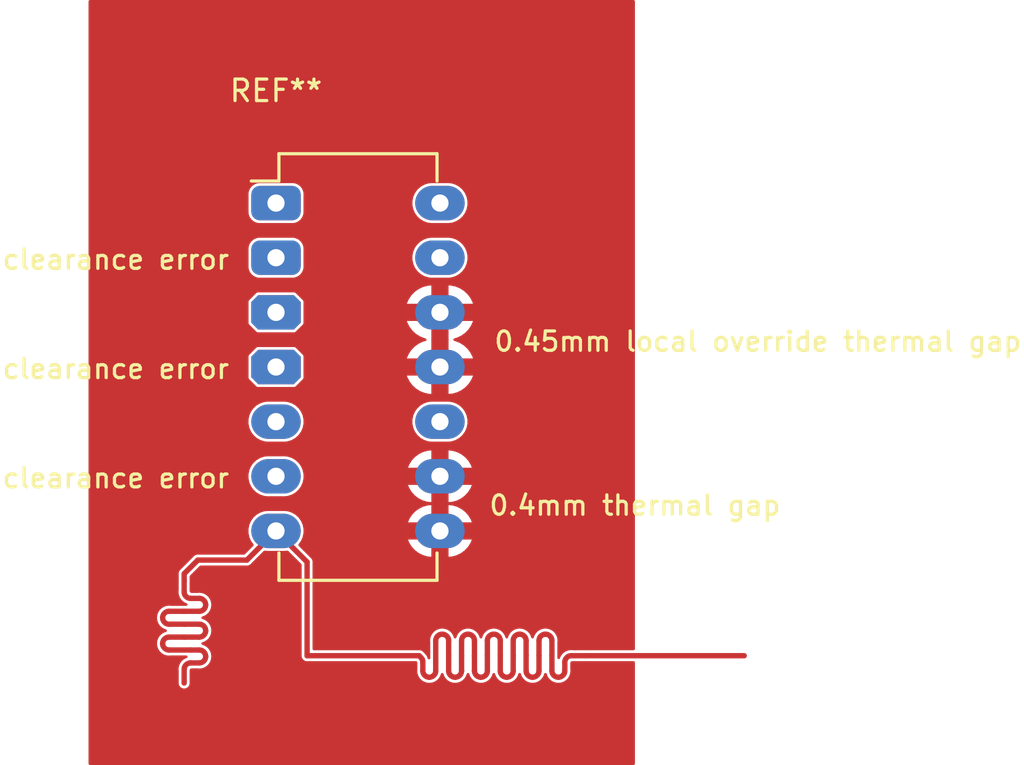
<source format=kicad_pcb>
(kicad_pcb (version 20210722) (generator pcbnew)
  (title_block (date "jeu. 02 avril 2015"))
  (layers (0 "F.Cu" signal) (31 "B.Cu" signal) (34 "B.Paste" user) (35 "F.Paste" user) (36 "B.SilkS" user "B.Silkscreen") (37 "F.SilkS" user "F.Silkscreen") (38 "B.Mask" user) (39 "F.Mask" user) (44 "Edge.Cuts" user))
  (net 0 "")
  (net 1 "GND")
  (net 2 "signal")
  (footprint "Housings_DIP:DIP-14_W7.62mm_LongPads" (layer "F.Cu") (at 145.875 45)
    (fp_text reference "REF**" (at 0 -5.22) (layer "F.SilkS"))
    (fp_text value "DIP-14_W7.62mm_LongPads")
    (fp_line (start 0.135 17.535) (end 0.135 16.265) (layer "F.SilkS") (width 0.15))
    (fp_line (start 0.135 17.535) (end 7.485 17.535) (layer "F.SilkS") (width 0.15))
    (fp_line (start 7.485 17.535) (end 7.485 16.265) (layer "F.SilkS") (width 0.15))
    (fp_line (start 0.135 -2.295) (end 7.485 -2.295) (layer "F.SilkS") (width 0.15))
    (fp_line (start 0.135 -2.295) (end 0.135 -1.025) (layer "F.SilkS") (width 0.15))
    (fp_line (start 0.135 -1.025) (end -1.15 -1.025) (layer "F.SilkS") (width 0.15))
    (fp_line (start 7.485 -2.295) (end 7.485 -1.025) (layer "F.SilkS") (width 0.15))
    (pad "1" thru_hole roundrect locked (at 0 0) (size 2.3 1.6) (drill 0.8) (layers *.Cu *.Mask))
    (pad "2" thru_hole roundrect locked (at 0 2.54) (size 2.3 1.6) (drill 0.8) (layers *.Cu *.Mask))
    (pad "3" thru_hole roundrect locked (at 0 5.08) (size 2.3 1.6) (drill 0.8) (layers *.Cu *.Mask) (roundrect_rratio 0) (chamfer_ratio 0.2) (chamfer top_left top_right bottom_left bottom_right))
    (pad "4" thru_hole roundrect locked (at 0 7.62) (size 2.3 1.6) (drill 0.8) (layers *.Cu *.Mask) (roundrect_rratio 0) (chamfer_ratio 0.2) (chamfer top_left top_right bottom_left bottom_right))
    (pad "5" thru_hole oval locked (at 0 10.16) (size 2.3 1.6) (drill 0.8) (layers *.Cu *.Mask))
    (pad "6" thru_hole oval locked (at 0 12.7) (size 2.3 1.6) (drill 0.8) (layers *.Cu *.Mask))
    (pad "7" thru_hole oval locked (at 0 15.24) (size 2.3 1.6) (drill 0.8) (layers *.Cu *.Mask) (net 2 "signal"))
    (pad "8" thru_hole oval locked (at 7.62 15.24) (size 2.3 1.6) (drill 0.8) (layers *.Cu *.Mask) (net 1 "GND"))
    (pad "9" thru_hole oval locked (at 7.62 12.7) (size 2.3 1.6) (drill 0.8) (layers *.Cu *.Mask) (net 1 "GND"))
    (pad "10" thru_hole oval locked (at 7.62 10.16) (size 2.3 1.6) (drill 0.8) (layers *.Cu *.Mask))
    (pad "11" thru_hole oval locked (at 7.62 7.62) (size 2.3 1.6) (drill 0.8) (layers *.Cu *.Mask) (net 1 "GND") (thermal_gap 0.45))
    (pad "12" thru_hole oval locked (at 7.62 5.08) (size 2.3 1.6) (drill 0.8) (layers *.Cu *.Mask) (net 1 "GND") (thermal_gap 0.45))
    (pad "13" thru_hole oval locked (at 7.62 2.54) (size 2.3 1.6) (drill 0.8) (layers *.Cu *.Mask))
    (pad "14" thru_hole oval locked (at 7.62 0) (size 2.3 1.6) (drill 0.8) (layers *.Cu *.Mask))
  )
  (gr_text "clearance error" (at 138.43 57.785) (layer "F.SilkS") (effects (font (size 0.9 0.9))))
  (gr_text "clearance error" (at 138.43 47.625) (layer "F.SilkS") (effects (font (size 0.9 0.9))))
  (gr_text "0.45mm local override thermal gap" (at 168.275 51.435) (layer "F.SilkS") (effects (font (size 0.9 0.9))))
  (gr_text "0.4mm thermal gap" (at 162.56 59.055) (layer "F.SilkS") (effects (font (size 0.9 0.9))))
  (gr_text "clearance error" (at 138.43 52.705) (layer "F.SilkS") (effects (font (size 0.9 0.9))))
  (segment (start 160.264532 66.04) (end 167.64 66.04) (width 0.25) (layer "F.Cu") (net 2))
  (segment (start 153.3 66.74) (end 153.3 66.34) (width 0.25) (layer "F.Cu") (net 2))
  (segment (start 140.905 63.975) (end 141.605 63.975) (width 0.25) (layer "F.Cu") (net 2))
  (segment (start 153.9 65.34) (end 153.9 66.04) (width 0.25) (layer "F.Cu") (net 2))
  (segment (start 142.305 65.775) (end 141.905 65.775) (width 0.25) (layer "F.Cu") (net 2))
  (segment (start 145.875 60.24) (end 147.32 61.685) (width 0.25) (layer "F.Cu") (net 2))
  (segment (start 152.662691 66.185451) (end 152.698661 66.286391) (width 0.25) (layer "F.Cu") (net 2))
  (segment (start 159.6 66.04) (end 160.264532 66.04) (width 0.25) (layer "F.Cu") (net 2))
  (segment (start 141.605 62.547884) (end 141.605 62.23) (width 0.25) (layer "F.Cu") (net 2))
  (segment (start 141.905 66.375) (end 142.305 66.375) (width 0.25) (layer "F.Cu") (net 2))
  (segment (start 155.1 66.04) (end 155.1 66.74) (width 0.25) (layer "F.Cu") (net 2))
  (segment (start 156.3 66.04) (end 156.3 66.74) (width 0.25) (layer "F.Cu") (net 2))
  (segment (start 157.5 65.34) (end 157.5 66.04) (width 0.25) (layer "F.Cu") (net 2))
  (segment (start 158.1 66.04) (end 158.1 65.34) (width 0.25) (layer "F.Cu") (net 2))
  (segment (start 155.7 66.74) (end 155.7 66.04) (width 0.25) (layer "F.Cu") (net 2))
  (segment (start 158.7 66.04) (end 158.7 66.74) (width 0.25) (layer "F.Cu") (net 2))
  (segment (start 158.1 66.74) (end 158.1 66.04) (width 0.25) (layer "F.Cu") (net 2))
  (segment (start 153.3 66.34) (end 153.3 65.34) (width 0.25) (layer "F.Cu") (net 2))
  (segment (start 154.5 66.74) (end 154.5 66.04) (width 0.25) (layer "F.Cu") (net 2))
  (segment (start 141.605 63.975) (end 142.305 63.975) (width 0.25) (layer "F.Cu") (net 2))
  (segment (start 155.1 65.34) (end 155.1 66.04) (width 0.25) (layer "F.Cu") (net 2))
  (segment (start 152.7 66.34) (end 152.7 66.74) (width 0.25) (layer "F.Cu") (net 2))
  (segment (start 157.5 66.04) (end 157.5 66.74) (width 0.25) (layer "F.Cu") (net 2))
  (segment (start 140.905 65.175) (end 141.605 65.175) (width 0.25) (layer "F.Cu") (net 2))
  (segment (start 141.605 65.175) (end 142.305 65.175) (width 0.25) (layer "F.Cu") (net 2))
  (segment (start 154.5 66.04) (end 154.5 65.34) (width 0.25) (layer "F.Cu") (net 2))
  (segment (start 141.605 67.31) (end 141.605 66.675) (width 0.25) (layer "F.Cu") (net 2))
  (segment (start 141.605 64.575) (end 140.905 64.575) (width 0.25) (layer "F.Cu") (net 2))
  (segment (start 142.305 63.375) (end 141.905 63.375) (width 0.25) (layer "F.Cu") (net 2))
  (segment (start 159.3 66.74) (end 159.3 66.34) (width 0.25) (layer "F.Cu") (net 2))
  (segment (start 141.905 65.775) (end 140.905 65.775) (width 0.25) (layer "F.Cu") (net 2))
  (segment (start 141.605 62.23) (end 142.24 61.595) (width 0.25) (layer "F.Cu") (net 2))
  (segment (start 152.593518 66.103612) (end 152.662691 66.185451) (width 0.25) (layer "F.Cu") (net 2))
  (segment (start 147.32 61.685) (end 147.32 66.04) (width 0.25) (layer "F.Cu") (net 2))
  (segment (start 152.529906 66.04) (end 152.593518 66.103612) (width 0.25) (layer "F.Cu") (net 2))
  (segment (start 142.305 64.575) (end 141.605 64.575) (width 0.25) (layer "F.Cu") (net 2))
  (segment (start 156.3 65.34) (end 156.3 66.04) (width 0.25) (layer "F.Cu") (net 2))
  (segment (start 156.9 66.04) (end 156.9 65.34) (width 0.25) (layer "F.Cu") (net 2))
  (segment (start 153.9 66.04) (end 153.9 66.74) (width 0.25) (layer "F.Cu") (net 2))
  (segment (start 156.9 66.74) (end 156.9 66.04) (width 0.25) (layer "F.Cu") (net 2))
  (segment (start 152.698661 66.286391) (end 152.7 66.34) (width 0.25) (layer "F.Cu") (net 2))
  (segment (start 155.7 66.04) (end 155.7 65.34) (width 0.25) (layer "F.Cu") (net 2))
  (segment (start 144.52 61.595) (end 145.875 60.24) (width 0.25) (layer "F.Cu") (net 2))
  (segment (start 142.24 61.595) (end 144.52 61.595) (width 0.25) (layer "F.Cu") (net 2))
  (segment (start 147.32 66.04) (end 152.529906 66.04) (width 0.25) (layer "F.Cu") (net 2))
  (segment (start 158.7 65.34) (end 158.7 66.04) (width 0.25) (layer "F.Cu") (net 2))
  (segment (start 141.605 63.075) (end 141.605 62.547884) (width 0.25) (layer "F.Cu") (net 2))
  (arc (start 157.8 67.04) (mid 158.012132 66.952132) (end 158.1 66.74) (width 0.25) (layer "F.Cu") (net 2))
  (arc (start 153.9 66.74) (mid 153.987868 66.952132) (end 154.2 67.04) (width 0.25) (layer "F.Cu") (net 2))
  (arc (start 154.2 67.04) (mid 154.412132 66.952132) (end 154.5 66.74) (width 0.25) (layer "F.Cu") (net 2))
  (arc (start 142.305 65.175) (mid 142.517132 65.087132) (end 142.605 64.875) (width 0.25) (layer "F.Cu") (net 2))
  (arc (start 155.4 67.04) (mid 155.612132 66.952132) (end 155.7 66.74) (width 0.25) (layer "F.Cu") (net 2))
  (arc (start 155.7 65.34) (mid 155.787868 65.127868) (end 156 65.04) (width 0.25) (layer "F.Cu") (net 2))
  (arc (start 153.3 65.34) (mid 153.387868 65.127868) (end 153.6 65.04) (width 0.25) (layer "F.Cu") (net 2))
  (arc (start 140.905 64.575) (mid 140.692868 64.487132) (end 140.605 64.275) (width 0.25) (layer "F.Cu") (net 2))
  (arc (start 142.605 64.875) (mid 142.517132 64.662868) (end 142.305 64.575) (width 0.25) (layer "F.Cu") (net 2))
  (arc (start 158.7 66.74) (mid 158.787868 66.952132) (end 159 67.04) (width 0.25) (layer "F.Cu") (net 2))
  (arc (start 156 65.04) (mid 156.212132 65.127868) (end 156.3 65.34) (width 0.25) (layer "F.Cu") (net 2))
  (arc (start 140.605 64.275) (mid 140.692868 64.062868) (end 140.905 63.975) (width 0.25) (layer "F.Cu") (net 2))
  (arc (start 140.605 65.475) (mid 140.692868 65.262868) (end 140.905 65.175) (width 0.25) (layer "F.Cu") (net 2))
  (arc (start 157.5 66.74) (mid 157.587868 66.952132) (end 157.8 67.04) (width 0.25) (layer "F.Cu") (net 2))
  (arc (start 142.305 66.375) (mid 142.517132 66.287132) (end 142.605 66.075) (width 0.25) (layer "F.Cu") (net 2))
  (arc (start 142.605 63.675) (mid 142.517132 63.462868) (end 142.305 63.375) (width 0.25) (layer "F.Cu") (net 2))
  (arc (start 141.905 63.375) (mid 141.692868 63.287132) (end 141.605 63.075) (width 0.25) (layer "F.Cu") (net 2))
  (arc (start 142.605 66.075) (mid 142.517132 65.862868) (end 142.305 65.775) (width 0.25) (layer "F.Cu") (net 2))
  (arc (start 152.7 66.74) (mid 152.787868 66.952132) (end 153 67.04) (width 0.25) (layer "F.Cu") (net 2))
  (arc (start 142.305 63.975) (mid 142.517132 63.887132) (end 142.605 63.675) (width 0.25) (layer "F.Cu") (net 2))
  (arc (start 159 67.04) (mid 159.212132 66.952132) (end 159.3 66.74) (width 0.25) (layer "F.Cu") (net 2))
  (arc (start 141.605 66.675) (mid 141.692868 66.462868) (end 141.905 66.375) (width 0.25) (layer "F.Cu") (net 2))
  (arc (start 140.905 65.775) (mid 140.692868 65.687132) (end 140.605 65.475) (width 0.25) (layer "F.Cu") (net 2))
  (arc (start 155.1 66.74) (mid 155.187868 66.952132) (end 155.4 67.04) (width 0.25) (layer "F.Cu") (net 2))
  (arc (start 158.4 65.04) (mid 158.612132 65.127868) (end 158.7 65.34) (width 0.25) (layer "F.Cu") (net 2))
  (arc (start 153.6 65.04) (mid 153.812132 65.127868) (end 153.9 65.34) (width 0.25) (layer "F.Cu") (net 2))
  (arc (start 154.8 65.04) (mid 155.012132 65.127868) (end 155.1 65.34) (width 0.25) (layer "F.Cu") (net 2))
  (arc (start 156.3 66.74) (mid 156.387868 66.952132) (end 156.6 67.04) (width 0.25) (layer "F.Cu") (net 2))
  (arc (start 158.1 65.34) (mid 158.187868 65.127868) (end 158.4 65.04) (width 0.25) (layer "F.Cu") (net 2))
  (arc (start 153 67.04) (mid 153.212132 66.952132) (end 153.3 66.74) (width 0.25) (layer "F.Cu") (net 2))
  (arc (start 156.9 65.34) (mid 156.987868 65.127868) (end 157.2 65.04) (width 0.25) (layer "F.Cu") (net 2))
  (arc (start 156.6 67.04) (mid 156.812132 66.952132) (end 156.9 66.74) (width 0.25) (layer "F.Cu") (net 2))
  (arc (start 157.2 65.04) (mid 157.412132 65.127868) (end 157.5 65.34) (width 0.25) (layer "F.Cu") (net 2))
  (arc (start 154.5 65.34) (mid 154.587868 65.127868) (end 154.8 65.04) (width 0.25) (layer "F.Cu") (net 2))
  (arc (start 159.3 66.34) (mid 159.387868 66.127868) (end 159.6 66.04) (width 0.25) (layer "F.Cu") (net 2))
  (zone (net 1) (net_name "GND") (layer "F.Cu") (connect_pads (clearance 0.1254)) (min_thickness 0.1254) (fill yes (thermal_gap 0.4) (thermal_bridge_width 0.8))
    (polygon (pts (xy 162.56 71.12) (xy 137.16 71.12) (xy 137.16 35.56) (xy 162.56 35.56)))
  )
)
</source>
